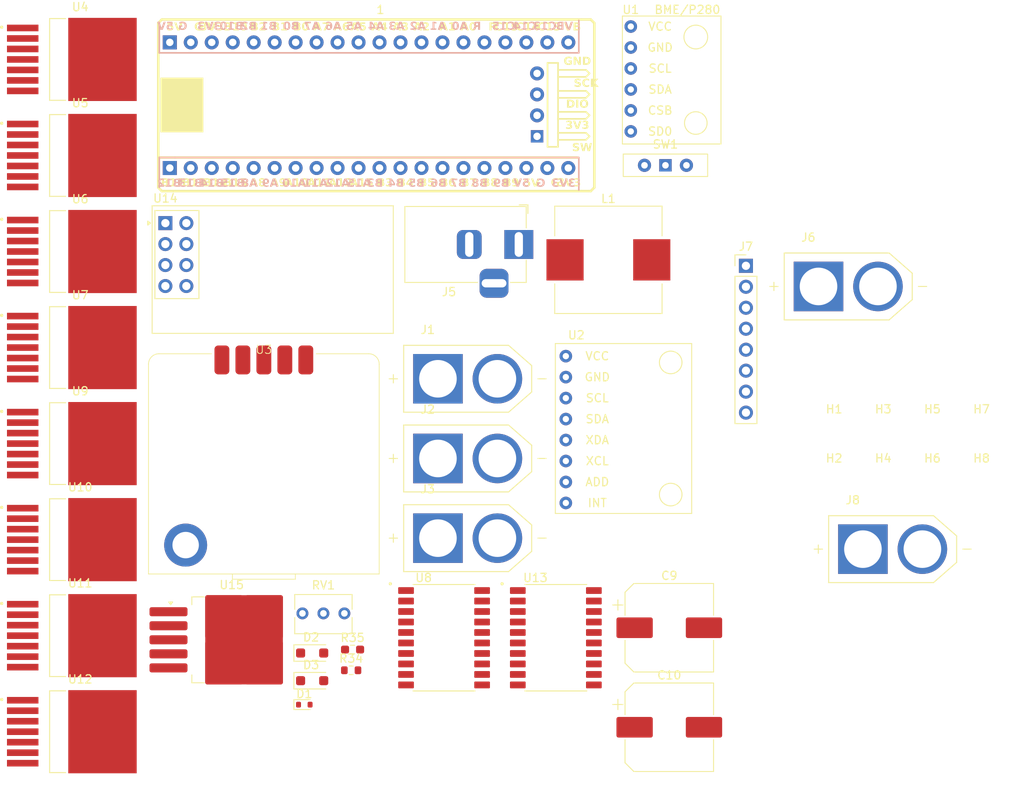
<source format=kicad_pcb>
(kicad_pcb (version 20240108) (generator "pcbnew") (generator_version "8.0")
  (layers (0 "F.Cu" signal) (31 "B.Cu" signal) (34 "B.Paste" user) (35 "F.Paste" user) (36 "B.SilkS" user "B.Silkscreen") (37 "F.SilkS" user "F.Silkscreen") (38 "B.Mask" user) (39 "F.Mask" user) (44 "Edge.Cuts" user))
  (net 0 "")
  (net 5 "GND")
  (net 12 "5V_VCC")
  (net 13 "3.3V_VCC")
  (net 24 "12V")
  (net 25 "VSource_5V")
  (net 26 "Net-(D1-A)")
  (net 27 "Net-(D2-K)")
  (net 28 "Net-(D3-A)")
  (net 29 "VSOURCE")
  (net 30 "Net-(U15-FB)")
  (net 31 "V_SOURCE")
  (net 39 "OUT_MOTOR1_P")
  (net 40 "Net-(U4-SR)")
  (net 41 "Net-(U4-INH)")
  (net 42 "Net-(U4-IN)")
  (net 43 "Net-(U4-IS)")
  (net 44 "OUT_MOTOR1_N")
  (net 45 "Net-(U5-IN)")
  (net 46 "Net-(U5-INH)")
  (net 47 "Net-(U5-IS)")
  (net 48 "Net-(U5-SR)")
  (net 49 "OUT_MOTOR2_P")
  (net 50 "Net-(U6-IN)")
  (net 51 "Net-(U6-SR)")
  (net 52 "Net-(U6-INH)")
  (net 53 "Net-(U6-IS)")
  (net 54 "OUT_MOTOR2_N")
  (net 55 "Net-(U7-SR)")
  (net 56 "Net-(U7-IS)")
  (net 57 "Net-(U7-IN)")
  (net 58 "Net-(U7-INH)")
  (net 59 "PWM2_N")
  (net 60 "VCC_5V")
  (net 61 "OUT2_N")
  (net 62 "PWM2_P")
  (net 63 "OUT2_P")
  (net 64 "PWM1_P")
  (net 65 "OUT1_N")
  (net 66 "OUT1_P")
  (net 67 "PWM1_N")
  (net 68 "Net-(U9-SR)")
  (net 69 "Net-(U9-IN)")
  (net 70 "OUT_MOTOR3_N")
  (net 71 "Net-(U9-INH)")
  (net 72 "Net-(U9-IS)")
  (net 73 "OUT_MOTOR3_P")
  (net 74 "Net-(U10-INH)")
  (net 75 "Net-(U10-IN)")
  (net 76 "Net-(U10-SR)")
  (net 77 "Net-(U10-IS)")
  (net 78 "Net-(U11-INH)")
  (net 79 "OUT_MOTOR4_N")
  (net 80 "Net-(U11-SR)")
  (net 81 "Net-(U11-IS)")
  (net 82 "Net-(U11-IN)")
  (net 83 "Net-(U12-INH)")
  (net 84 "Net-(U12-IS)")
  (net 85 "Net-(U12-SR)")
  (net 86 "OUT_MOTOR4_P")
  (net 87 "Net-(U12-IN)")
  (net 88 "OUT3_P")
  (net 89 "OUT4_P")
  (net 90 "PWM1")
  (net 91 "OUT4_N")
  (net 92 "PWM2")
  (net 93 "PWM3")
  (net 94 "PWM4")
  (net 95 "OUT3_N")
  (net 98 "OUT3_POSITIVE")
  (net 99 "SCL_6050")
  (net 100 "OUT3_NEGATIVE")
  (net 101 "SDA_BME280")
  (net 102 "OUT1_POSITIVE")
  (net 103 "MOSI_NRF")
  (net 104 "OUT1_NEGATIVE")
  (net 105 "OUT4_NEGATIVE")
  (net 106 "SCK")
  (net 107 "CSN")
  (net 108 "SCL_BME280")
  (net 109 "OUT2_NEGATIVE")
  (net 110 "MISO_NRF")
  (net 111 "OUT4_POSITIVE")
  (net 112 "SDA_6050")
  (net 113 "OUT2_POSITIVE")
  (net 115 "GPS_TX")
  (net 116 "GPS_RX")
  (footprint "MountingHole:MountingHole_2.2mm_M2" (layer "F.Cu") (at -6.712 102.616)
    (property "Reference" "H6" (at 0 -3.2 0) (layer "F.SilkS"))
    (property "Value" "MountingHole")
    (pad "" np_thru_hole circle (at 0 0) (size 2.2 2.2) (drill 2.2) (layers "*.Cu" "*.Mask"))
  )
  (footprint "STM32F4x1CxU6 CoreBoard WeActStudio:STM32F4x1CxU6 WeActStudio" (layer "F.Cu") (at -80.899 57.8612)
    (property "Reference" "1" (at 7.35008 -12.761391 0) (layer "F.SilkS"))
    (property "Value" "U4")
    (pad "1" thru_hole rect (at -18.161 6.4008) (size 1.7 1.7) (drill 0.9) (layers "*.Cu" "*.Mask"))
    (pad "2" thru_hole circle (at -15.621 6.4008) (size 1.7 1.7) (drill 0.9) (layers "*.Cu" "*.Mask"))
    (pad "3" thru_hole circle (at -13.081 6.4008) (size 1.7 1.7) (drill 0.9) (layers "*.Cu" "*.Mask"))
    (pad "4" thru_hole circle (at -10.541 6.4008) (size 1.7 1.7) (drill 0.9) (layers "*.Cu" "*.Mask"))
    (pad "5" thru_hole circle (at -8.001 6.4008) (size 1.7 1.7) (drill 0.9) (layers "*.Cu" "*.Mask") (net 102 "OUT1_POSITIVE"))
    (pad "6" thru_hole circle (at -5.461 6.4008) (size 1.7 1.7) (drill 0.9) (layers "*.Cu" "*.Mask") (net 113 "OUT2_POSITIVE"))
    (pad "7" thru_hole circle (at -2.921 6.4008) (size 1.7 1.7) (drill 0.9) (layers "*.Cu" "*.Mask") (net 98 "OUT3_POSITIVE"))
    (pad "8" thru_hole circle (at -0.381 6.4008) (size 1.7 1.7) (drill 0.9) (layers "*.Cu" "*.Mask") (net 111 "OUT4_POSITIVE"))
    (pad "9" thru_hole circle (at 2.159 6.4008) (size 1.7 1.7) (drill 0.9) (layers "*.Cu" "*.Mask"))
    (pad "10" thru_hole circle (at 4.699 6.4008) (size 1.7 1.7) (drill 0.9) (layers "*.Cu" "*.Mask"))
    (pad "11" thru_hole circle (at 7.239 6.4008) (size 1.7 1.7) (drill 0.9) (layers "*.Cu" "*.Mask") (net 112 "SDA_6050"))
    (pad "12" thru_hole circle (at 9.779 6.4008) (size 1.7 1.7) (drill 0.9) (layers "*.Cu" "*.Mask") (net 104 "OUT1_NEGATIVE"))
    (pad "13" thru_hole circle (at 12.319 6.4008) (size 1.7 1.7) (drill 0.9) (layers "*.Cu" "*.Mask") (net 109 "OUT2_NEGATIVE"))
    (pad "14" thru_hole circle (at 14.859 6.4008) (size 1.7 1.7) (drill 0.9) (layers "*.Cu" "*.Mask") (net 108 "SCL_BME280"))
    (pad "15" thru_hole circle (at 17.399 6.4008) (size 1.7 1.7) (drill 0.9) (layers "*.Cu" "*.Mask") (net 101 "SDA_BME280"))
    (pad "16" thru_hole circle (at 19.939 6.4008) (size 1.7 1.7) (drill 0.9) (layers "*.Cu" "*.Mask"))
    (pad "17" thru_hole circle (at 22.479 6.4008) (size 1.7 1.7) (drill 0.9) (layers "*.Cu" "*.Mask"))
    (pad "18" thru_hole circle (at 25.019 6.4008) (size 1.7 1.7) (drill 0.9) (layers "*.Cu" "*.Mask"))
    (pad "19" thru_hole circle (at 27.559 6.4008) (size 1.7 1.7) (drill 0.9) (layers "*.Cu" "*.Mask") (net 5 "GND"))
    (pad "20" thru_hole circle (at 30.099 6.4008) (size 1.7 1.7) (drill 0.9) (layers "*.Cu" "*.Mask") (net 13 "3.3V_VCC"))
    (pad "21" thru_hole circle (at 30.099 -8.8138) (size 1.7 1.7) (drill 0.9) (layers "*.Cu" "*.Mask"))
    (pad "22" thru_hole circle (at 27.559 -8.8138) (size 1.7 1.7) (drill 0.9) (layers "*.Cu" "*.Mask"))
    (pad "23" thru_hole circle (at 25.019 -8.8138) (size 1.7 1.7) (drill 0.9) (layers "*.Cu" "*.Mask"))
    (pad "24" thru_hole circle (at 22.479 -8.8138) (size 1.7 1.7) (drill 0.9) (layers "*.Cu" "*.Mask"))
    (pad "25" thru_hole circle (at 19.939 -8.8138) (size 1.7 1.7) (drill 0.9) (layers "*.Cu" "*.Mask"))
    (pad "26" thru_hole circle (at 17.399 -8.8138) (size 1.7 1.7) (drill 0.9) (layers "*.Cu" "*.Mask"))
    (pad "27" thru_hole circle (at 14.859 -8.8138) (size 1.7 1.7) (drill 0.9) (layers "*.Cu" "*.Mask"))
    (pad "28" thru_hole circle (at 12.319 -8.8138) (size 1.7 1.7) (drill 0.9) (layers "*.Cu" "*.Mask"))
    (pad "29" thru_hole circle (at 9.779 -8.8138) (size 1.7 1.7) (drill 0.9) (layers "*.Cu" "*.Mask"))
    (pad "30" thru_hole circle (at 7.239 -8.8138) (size 1.7 1.7) (drill 0.9) (layers "*.Cu" "*.Mask") (net 107 "CSN"))
    (pad "31" thru_hole circle (at 4.699 -8.8138) (size 1.7 1.7) (drill 0.9) (layers "*.Cu" "*.Mask") (net 106 "SCK"))
    (pad "32" thru_hole circle (at 2.159 -8.8138) (size 1.7 1.7) (drill 0.9) (layers "*.Cu" "*.Mask") (net 110 "MISO_NRF"))
    (pad "33" thru_hole circle (at -0.381 -8.8138) (size 1.7 1.7) (drill 0.9) (layers "*.Cu" "*.Mask") (net 103 "MOSI_NRF"))
    (pad "34" thru_hole circle (at -2.921 -8.8138) (size 1.7 1.7) (drill 0.9) (layers "*.Cu" "*.Mask") (net 100 "OUT3_NEGATIVE"))
    (pad "35" thru_hole circle (at -5.461 -8.8138) (size 1.7 1.7) (drill 0.9) (layers "*.Cu" "*.Mask") (net 105 "OUT4_NEGATIVE"))
    (pad "36" thru_hole circle (at -8.001 -8.8138) (size 1.7 1.7) (drill 0.9) (layers "*.Cu" "*.Mask"))
    (pad "37" thru_hole circle (at -10.541 -8.8138) (size 1.7 1.7) (drill 0.9) (layers "*.Cu" "*.Mask") (net 99 "SCL_6050"))
    (pad "38" thru_hole circle (at -13.081 -8.8138) (size 1.7 1.7) (drill 0.9) (layers "*.Cu" "*.Mask"))
    (pad "39" thru_hole circle (at -15.621 -8.8138) (size 1.7 1.7) (drill 0.9) (layers "*.Cu" "*.Mask") (net 5 "GND"))
    (pad "40" thru_hole rect (at -18.161 -8.8138) (size 1.7 1.7) (drill 0.9) (layers "*.Cu" "*.Mask") (net 12 "5V_VCC"))
    (pad "41" thru_hole rect (at 26.3144 2.5654 90) (size 1.5 1.5) (drill 0.9) (layers "*.Cu" "*.Mask"))
    (pad "42" thru_hole circle (at 26.3144 0.0254 90) (size 1.7 1.7) (drill 0.9) (layers "*.Cu" "*.Mask"))
    (pad "43" thru_hole circle (at 26.3144 -2.5146 90) (size 1.7 1.7) (drill 0.9) (layers "*.Cu" "*.Mask"))
    (pad "44" thru_hole circle (at 26.3144 -5.0546 90) (size 1.7 1.7) (drill 0.9) (layers "*.Cu" "*.Mask"))
  )
  (footprint "SOIC127P1030X265-20N:SOIC127P1030X265-20N" (layer "F.Cu") (at -52.310776 121.144809)
    (property "Reference" "U13" (at -2.475 -7.257 0) (layer "F.SilkS"))
    (property "Value" "74HC244")
    (pad "1" smd roundrect (at -4.605 -5.715) (size 1.9 0.82) (layers "F.Cu" "F.Paste" "F.Mask") (roundrect_rratio 0.125) (net 5 "GND"))
    (pad "2" smd roundrect (at -4.605 -4.445) (size 1.9 0.82) (layers "F.Cu" "F.Paste" "F.Mask") (roundrect_rratio 0.125) (net 90 "PWM1"))
    (pad "3" smd roundrect (at -4.605 -3.175) (size 1.9 0.82) (layers "F.Cu" "F.Paste" "F.Mask") (roundrect_rratio 0.125) (net 5 "GND"))
    (pad "4" smd roundrect (at -4.605 -1.905) (size 1.9 0.82) (layers "F.Cu" "F.Paste" "F.Mask") (roundrect_rratio 0.125) (net 92 "PWM2"))
    (pad "5" smd roundrect (at -4.605 -0.635) (size 1.9 0.82) (layers "F.Cu" "F.Paste" "F.Mask") (roundrect_rratio 0.125) (net 5 "GND"))
    (pad "6" smd roundrect (at -4.605 0.635) (size 1.9 0.82) (layers "F.Cu" "F.Paste" "F.Mask") (roundrect_rratio 0.125) (net 93 "PWM3"))
    (pad "7" smd roundrect (at -4.605 1.905) (size 1.9 0.82) (layers "F.Cu" "F.Paste" "F.Mask") (roundrect_rratio 0.125) (net 5 "GND"))
    (pad "8" smd roundrect (at -4.605 3.175) (size 1.9 0.82) (layers "F.Cu" "F.Paste" "F.Mask") (roundrect_rratio 0.125) (net 94 "PWM4"))
    (pad "9" smd roundrect (at -4.605 4.445) (size 1.9 0.82) (layers "F.Cu" "F.Paste" "F.Mask") (roundrect_rratio 0.125) (net 5 "GND"))
    (pad "10" smd roundrect (at -4.605 5.715) (size 1.9 0.82) (layers "F.Cu" "F.Paste" "F.Mask") (roundrect_rratio 0.125) (net 5 "GND"))
    (pad "11" smd roundrect (at 4.605 5.715) (size 1.9 0.82) (layers "F.Cu" "F.Paste" "F.Mask") (roundrect_rratio 0.125) (net 5 "GND"))
    (pad "12" smd roundrect (at 4.605 4.445) (size 1.9 0.82) (layers "F.Cu" "F.Paste" "F.Mask") (roundrect_rratio 0.125) (net 91 "OUT4_N"))
    (pad "13" smd roundrect (at 4.605 3.175) (size 1.9 0.82) (layers "F.Cu" "F.Paste" "F.Mask") (roundrect_rratio 0.125) (net 5 "GND"))
    (pad "14" smd roundrect (at 4.605 1.905) (size 1.9 0.82) (layers "F.Cu" "F.Paste" "F.Mask") (roundrect_rratio 0.125) (net 89 "OUT4_P"))
    (pad "15" smd roundrect (at 4.605 0.635) (size 1.9 0.82) (layers "F.Cu" "F.Paste" "F.Mask") (roundrect_rratio 0.125) (net 5 "GND"))
    (pad "16" smd roundrect (at 4.605 -0.635) (size 1.9 0.82) (layers "F.Cu" "F.Paste" "F.Mask") (roundrect_rratio 0.125) (net 95 "OUT3_N"))
    (pad "17" smd roundrect (at 4.605 -1.905) (size 1.9 0.82) (layers "F.Cu" "F.Paste" "F.Mask") (roundrect_rratio 0.125) (net 5 "GND"))
    (pad "18" smd roundrect (at 4.605 -3.175) (size 1.9 0.82) (layers "F.Cu" "F.Paste" "F.Mask") (roundrect_rratio 0.125) (net 88 "OUT3_P"))
    (pad "19" smd roundrect (at 4.605 -4.445) (size 1.9 0.82) (layers "F.Cu" "F.Paste" "F.Mask") (roundrect_rratio 0.125) (net 5 "GND"))
    (pad "20" smd roundrect (at 4.605 -5.715) (size 1.9 0.82) (layers "F.Cu" "F.Paste" "F.Mask") (roundrect_rratio 0.125) (net 60 "VCC_5V"))
  )
  (footprint "Package_TO_SOT_SMD:TO-263-5_TabPin3" (layer "F.Cu") (at -91.565776 121.394809)
    (property "Reference" "U15" (at 0 -6.65 0) (layer "F.SilkS"))
    (property "Value" "LM2596S-ADJ")
    (pad "1" smd roundrect (at -7.65 -3.4) (size 4.6 1.1) (layers "F.Cu" "F.Paste" "F.Mask") (roundrect_rratio 0.227273) (net 24 "12V"))
    (pad "2" smd roundrect (at -7.65 -1.7) (size 4.6 1.1) (layers "F.Cu" "F.Paste" "F.Mask") (roundrect_rratio 0.227273) (net 27 "Net-(D2-K)"))
    (pad "3" smd roundrect (at -7.65 0) (size 4.6 1.1) (layers "F.Cu" "F.Paste" "F.Mask") (roundrect_rratio 0.227273) (net 5 "GND"))
    (pad "3" smd roundrect (at -0.925 -2.775) (size 4.55 5.25) (layers "F.Cu" "F.Paste") (roundrect_rratio 0.054945) (net 5 "GND"))
    (pad "3" smd roundrect (at -0.925 2.775) (size 4.55 5.25) (layers "F.Cu" "F.Paste") (roundrect_rratio 0.054945) (net 5 "GND"))
    (pad "3" smd roundrect (at 1.5 0) (size 9.4 10.8) (layers "F.Cu" "F.Mask") (roundrect_rratio 0.026596) (net 5 "GND"))
    (pad "3" smd roundrect (at 3.925 -2.775) (size 4.55 5.25) (layers "F.Cu" "F.Paste") (roundrect_rratio 0.054945) (net 5 "GND"))
    (pad "3" smd roundrect (at 3.925 2.775) (size 4.55 5.25) (layers "F.Cu" "F.Paste") (roundrect_rratio 0.054945) (net 5 "GND"))
    (pad "4" smd roundrect (at -7.65 1.7) (size 4.6 1.1) (layers "F.Cu" "F.Paste" "F.Mask") (roundrect_rratio 0.227273) (net 30 "Net-(U15-FB)"))
    (pad "5" smd roundrect (at -7.65 3.4) (size 4.6 1.1) (layers "F.Cu" "F.Paste" "F.Mask") (roundrect_rratio 0.227273) (net 5 "GND"))
  )
  (footprint "RF_Module:nRF24L01_Breakout" (layer "F.Cu") (at -99.594776 70.934809)
    (property "Reference" "U14" (at 0 -3 0) (layer "F.SilkS"))
    (property "Value" "NRF24L01_Breakout")
    (pad "1" thru_hole rect (at 0 0) (size 1.7 1.7) (drill 1) (layers "*.Cu" "*.Mask") (net 5 "GND"))
    (pad "2" thru_hole circle (at 2.54 0) (size 1.7 1.7) (drill 1) (layers "*.Cu" "*.Mask") (net 60 "VCC_5V"))
    (pad "3" thru_hole circle (at 0 2.54) (size 1.7 1.7) (drill 1) (layers "*.Cu" "*.Mask"))
    (pad "4" thru_hole circle (at 2.54 2.54) (size 1.7 1.7) (drill 1) (layers "*.Cu" "*.Mask") (net 107 "CSN"))
    (pad "5" thru_hole circle (at 0 5.08) (size 1.7 1.7) (drill 1) (layers "*.Cu" "*.Mask") (net 106 "SCK"))
    (pad "6" thru_hole circle (at 2.54 5.08) (size 1.7 1.7) (drill 1) (layers "*.Cu" "*.Mask") (net 103 "MOSI_NRF"))
    (pad "7" thru_hole circle (at 0 7.62) (size 1.7 1.7) (drill 1) (layers "*.Cu" "*.Mask") (net 110 "MISO_NRF"))
    (pad "8" thru_hole circle (at 2.54 7.62) (size 1.7 1.7) (drill 1) (layers "*.Cu" "*.Mask"))
  )
  (footprint "MountingHole:MountingHole_2.2mm_M2" (layer "F.Cu") (at -0.762 96.666)
    (property "Reference" "H7" (at 0 -3.2 0) (layer "F.SilkS"))
    (property "Value" "MountingHole")
    (pad "" np_thru_hole circle (at 0 0) (size 2.2 2.2) (drill 2.2) (layers "*.Cu" "*.Mask"))
  )
  (footprint "Potentiometer_THT:Potentiometer_Bourns_3266Y_Vertical" (layer "F.Cu") (at -77.915776 118.194809)
    (property "Reference" "RV1" (at -2.54 -3.41 0) (layer "F.SilkS"))
    (property "Value" "100k")
    (pad "1" thru_hole circle (at 0 0) (size 1.44 1.44) (drill 0.8) (layers "*.Cu" "*.Mask") (net 30 "Net-(U15-FB)"))
    (pad "2" thru_hole circle (at -2.54 0) (size 1.44 1.44) (drill 0.8) (layers "*.Cu" "*.Mask") (net 5 "GND"))
    (pad "3" thru_hole circle (at -5.08 0) (size 1.44 1.44) (drill 0.8) (layers "*.Cu" "*.Mask") (net 25 "VSource_5V"))
  )
  (footprint "BTS7960B:DPAK127P1490X440-8N" (layer "F.Cu") (at -110.920776 62.744809)
    (property "Reference" "U5" (at 1.016 -6.35 0) (layer "F.SilkS"))
    (property "Value" "BTS7960B")
    (pad "1" smd rect (at -5.95 -3.81) (size 3.81 0.8) (layers "F.Cu" "F.Paste" "F.Mask") (net 5 "GND"))
    (pad "2" smd rect (at -5.95 -2.54) (size 3.81 0.8) (layers "F.Cu" "F.Paste" "F.Mask") (net 45 "Net-(U5-IN)"))
    (pad "3" smd rect (at -5.95 -1.27) (size 3.81 0.8) (layers "F.Cu" "F.Paste" "F.Mask") (net 46 "Net-(U5-INH)"))
    (pad "4" smd rect (at -5.95 0) (size 3.81 0.8) (layers "F.Cu" "F.Paste" "F.Mask") (net 44 "OUT_MOTOR1_N"))
    (pad "5" smd rect (at -5.95 1.27) (size 3.81 0.8) (layers "F.Cu" "F.Paste" "F.Mask") (net 48 "Net-(U5-SR)"))
    (pad "6" smd rect (at -5.95 2.54) (size 3.81 0.8) (layers "F.Cu" "F.Paste" "F.Mask") (net 47 "Net-(U5-IS)"))
    (pad "7" smd rect (at -5.95 3.81) (size 3.81 0.8) (layers "F.Cu" "F.Paste" "F.Mask") (net 31 "V_SOURCE"))
    (pad "8" smd rect (at 3.71 0) (size 8.29 10.07) (layers "F.Cu" "F.Mask") (net 44 "OUT_MOTOR1_N"))
  )
  (footprint "MountingHole:MountingHole_2.2mm_M2" (layer "F.Cu") (at -18.612 102.616)
    (property "Reference" "H2" (at 0 -3.2 0) (layer "F.SilkS"))
    (property "Value" "MountingHole")
    (pad "" np_thru_hole circle (at 0 0) (size 2.2 2.2) (drill 2.2) (layers "*.Cu" "*.Mask"))
  )
  (footprint "MountingHole:MountingHole_2.2mm_M2" (layer "F.Cu") (at -18.612 96.666)
    (property "Reference" "H1" (at 0 -3.2 0) (layer "F.SilkS"))
    (property "Value" "MountingHole")
    (pad "" np_thru_hole circle (at 0 0) (size 2.2 2.2) (drill 2.2) (layers "*.Cu" "*.Mask"))
  )
  (footprint "BTS7960B:DPAK127P1490X440-8N" (layer "F.Cu") (at -110.920776 132.524809)
    (property "Reference" "U12" (at 1.016 -6.35 0) (layer "F.SilkS"))
    (property "Value" "BTS7960B")
    (pad "1" smd rect (at -5.95 -3.81) (size 3.81 0.8) (layers "F.Cu" "F.Paste" "F.Mask") (net 5 "GND"))
    (pad "2" smd rect (at -5.95 -2.54) (size 3.81 0.8) (layers "F.Cu" "F.Paste" "F.Mask") (net 87 "Net-(U12-IN)"))
    (pad "3" smd rect (at -5.95 -1.27) (size 3.81 0.8) (layers "F.Cu" "F.Paste" "F.Mask") (net 83 "Net-(U12-INH)"))
    (pad "4" smd rect (at -5.95 0) (size 3.81 0.8) (layers "F.Cu" "F.Paste" "F.Mask") (net 86 "OUT_MOTOR4_P"))
    (pad "5" smd rect (at -5.95 1.27) (size 3.81 0.8) (layers "F.Cu" "F.Paste" "F.Mask") (net 85 "Net-(U12-SR)"))
    (pad "6" smd rect (at -5.95 2.54) (size 3.81 0.8) (layers "F.Cu" "F.Paste" "F.Mask") (net 84 "Net-(U12-IS)"))
    (pad "7" smd rect (at -5.95 3.81) (size 3.81 0.8) (layers "F.Cu" "F.Paste" "F.Mask") (net 31 "V_SOURCE"))
    (pad "8" smd rect (at 3.71 0) (size 8.29 10.07) (layers "F.Cu" "F.Mask") (net 86 "OUT_MOTOR4_P"))
  )
  (footprint "XT60-M:AMASS_XT60-M" (layer "F.Cu") (at -62.987276 89.784809)
    (property "Reference" "J1" (at -4.825 -5.935 0) (layer "F.SilkS"))
    (property "Value" "XT60-M")
    (pad "N" thru_hole circle (at 3.6 0) (size 6 6) (drill 4.55) (layers "*.Cu" "*.Mask") (net 5 "GND"))
    (pad "P" thru_hole rect (at -3.6 0) (size 6 6) (drill 4.55) (layers "*.Cu" "*.Mask") (net 29 "VSOURCE"))
  )
  (footprint "usini_sensors:module_mpu6050" (layer "F.Cu") (at -51.100776 104.823809)
    (property "Reference" "U2" (at 1.27 -20.32 0) (layer "F.SilkS"))
    (property "Value" "module_mpu6050")
    (fp_text user "GND" (at 3.81 -15.24 0) (layer "F.SilkS"))
    (fp_text user "ADD" (at 3.81 -2.54 0) (layer "F.SilkS"))
    (fp_text user "INT" (at 3.81 0 0) (layer "F.SilkS"))
    (fp_text user "SDA" (at 3.81 -10.16 0) (layer "F.SilkS"))
    (fp_text user "XDA" (at 3.81 -7.62 0) (layer "F.SilkS"))
    (fp_text user "SCL" (at 3.81 -12.7 0) (layer "F.SilkS"))
    (fp_text user "VCC" (at 3.81 -17.78 0) (layer "F.SilkS"))
    (fp_text user "XCL" (at 3.81 -5.08 0) (layer "F.SilkS"))
    (pad "1" thru_hole circle (at 0 -17.78) (size 1.524 1.524) (drill 0.762) (layers "*.Cu" "*.Mask") (net 13 "3.3V_VCC"))
    (pad "2" thru_hole circle (at 0 -15.24) (size 1.524 1.524) (drill 0.762) (layers "*.Cu" "*.Mask") (net 5 "GND"))
    (pad "3" thru_hole circle (at 0 -12.7) (size 1.524 1.524) (drill 0.762) (layers "*.Cu" "*.Mask") (net 99 "SCL_6050"))
    (pad "4" thru_hole circle (at 0 -10.16) (size 1.524 1.524) (drill 0.762) (layers "*.Cu" "*.Mask") (net 112 "SDA_6050"))
    (pad "5" thru_hole circle (at 0 -7.62) (size 1.524 1.524) (drill 0.762) (layers "*.Cu" "*.Mask"))
    (pad "6" thru_hole circle (at 0 -5.08) (size 1.524 1.524) (drill 0.762) (layers "*.Cu" "*.Mask"))
    (pad "7" thru_hole circle (at 0 -2.54) (size 1.524 1.524) (drill 0.762) (layers "*.Cu" "*.Mask"))
    (pad "8" thru_hole circle (at 0 0) (size 1.524 1.524) (drill 0.762) (layers "*.Cu" "*.Mask"))
  )
  (footprint "usini_sensors:module_bme280" (layer "F.Cu") (at -38.154776 59.575809)
    (property "Reference" "U1" (at -5.08 -14.478 0) (layer "F.SilkS"))
    (property "Value" "module_bme280")
    (fp_text user "SD0" (at -1.524 0.254 0) (layer "F.SilkS"))
    (fp_text user "GND" (at -1.524 -9.906 0) (layer "F.SilkS"))
    (fp_text user "BME/P280" (at 1.778 -14.478 0) (layer "F.SilkS"))
    (fp_text user "SDA" (at -1.524 -4.826 0) (layer "F.SilkS"))
    (fp_text user "CSB" (at -1.524 -2.286 0) (layer "F.SilkS"))
    (fp_text user "VCC" (at -1.524 -12.446 0) (layer "F.SilkS"))
    (fp_text user "SCL" (at -1.524 -7.366 0) (layer "F.SilkS"))
    (pad "1" thru_hole circle (at -5.08 -12.446) (size 1.524 1.524) (drill 0.762) (layers "*.Cu" "*.Mask") (net 13 "3.3V_VCC"))
    (pad "2" thru_hole circle (at -5.08 -9.906) (size 1.524 1.524) (drill 0.762) (layers "*.Cu" "*.Mask") (net 5 "GND"))
    (pad "3" thru_hole circle (at -5.08 -7.366) (size 1.524 1.524) (drill 0.762) (layers "*.Cu" "*.Mask") (net 108 "SCL_BME280"))
    (pad "4" thru_hole circle (at -5.08 -4.826) (size 1.524 1.524) (drill 0.762) (layers "*.Cu" "*.Mask") (net 101 "SDA_BME280"))
    (pad "5" thru_hole circle (at -5.08 -2.286) (size 1.524 1.524) (drill 0.762) (layers "*.Cu" "*.Mask"))
    (pad "6" thru_hole circle (at -5.08 0.254) (size 1.524 1.524) (drill 0.762) (layers "*.Cu" "*.Mask"))
  )
  (footprint "BTS7960B:DPAK127P1490X440-8N" (layer "F.Cu") (at -110.920776 97.634809)
    (property "Reference" "U9" (at 1.016 -6.35 0) (layer "F.SilkS"))
    (property "Value" "BTS7960B")
    (pad "1" smd rect (at -5.95 -3.81) (size 3.81 0.8) (layers "F.Cu" "F.Paste" "F.Mask") (net 5 "GND"))
    (pad "2" smd rect (at -5.95 -2.54) (size 3.81 0.8) (layers "F.Cu" "F.Paste" "F.Mask") (net 69 "Net-(U9-IN)"))
    (pad "3" smd rect (at -5.95 -1.27) (size 3.81 0.8) (layers "F.Cu" "F.Paste" "F.Mask") (net 71 "Net-(U9-INH)"))
    (pad "4" smd rect (at -5.95 0) (size 3.81 0.8) (layers "F.Cu" "F.Paste" "F.Mask") (net 70 "OUT_MOTOR3_N"))
    (pad "5" smd rect (at -5.95 1.27) (size 3.81 0.8) (layers "F.Cu" "F.Paste" "F.Mask") (net 68 "Net-(U9-SR)"))
    (pad "6" smd rect (at -5.95 2.54) (size 3.81 0.8) (layers "F.Cu" "F.Paste" "F.Mask") (net 72 "Net-(U9-IS)"))
    (pad "7" smd rect (at -5.95 3.81) (size 3.81 0.8) (layers "F.Cu" "F.Paste" "F.Mask") (net 31 "V_SOURCE"))
    (pad "8" smd rect (at 3.71 0) (size 8.29 10.07) (layers "F.Cu" "F.Mask") (net 70 "OUT_MOTOR3_N"))
  )
  (footprint "Diode_SMD:D_SOD-123F" (layer "F.Cu") (at -81.820776 126.344809)
    (property "Reference" "D3" (at -0.127 -1.905 0) (layer "F.SilkS"))
    (property "Value" "BZT52Bxx")
    (pad "1" smd roundrect (at -1.4 0) (size 1.1 1.1) (layers "F.Cu" "F.Paste" "F.Mask") (roundrect_rratio 0.2272727273) (net 5 "GND"))
    (pad "2" smd roundrect (at 1.4 0) (size 1.1 1.1) (layers "F.Cu" "F.Paste" "F.Mask") (roundrect_rratio 0.2272727273) (net 28 "Net-(D3-A)"))
  )
  (footprint "XT60-M:AMASS_XT60-M" (layer "F.Cu") (at -62.987276 109.084809)
    (property "Reference" "J3" (at -4.825 -5.935 0) (layer "F.SilkS"))
    (property "Value" "XT60-M")
    (pad "N" thru_hole circle (at 3.6 0) (size 6 6) (drill 4.55) (layers "*.Cu" "*.Mask") (net 5 "GND"))
    (pad "P" thru_hole rect (at -3.6 0) (size 6 6) (drill 4.55) (layers "*.Cu" "*.Mask") (net 29 "VSOURCE"))
  )
  (footprint "Inductor_SMD:L_Wuerth_HCI-1365" (layer "F.Cu") (at -45.945776 75.384809)
    (property "Reference" "L1" (at 0 -7.4 0) (layer "F.SilkS"))
    (property "Value" "68u")
    (pad "1" smd rect (at -5.25 0) (size 4.5 5) (layers "F.Cu" "F.Paste" "F.Mask") (net 27 "Net-(D2-K)"))
    (pad "2" smd rect (at 5.25 0) (size 4.5 5) (layers "F.Cu" "F.Paste" "F.Mask") (net 25 "VSource_5V"))
  )
  (footprint "Resistor_SMD:R_0603_1608Metric_Pad0.98x0.95mm_HandSolder" (layer "F.Cu") (at -76.925776 122.574809)
    (property "Reference" "R35" (at 0 -1.43 0) (layer "F.SilkS"))
    (property "Value" "1k")
    (pad "1" smd roundrect (at -0.9125 0) (size 0.975 0.95) (layers "F.Cu" "F.Paste" "F.Mask") (net 25 "VSource_5V"))
    (pad "2" smd roundrect (at 0.9125 0) (size 0.975 0.95) (layers "F.Cu" "F.Paste" "F.Mask") (net 28 "Net-(D3-A)"))
  )
  (footprint "Connector_BarrelJack:BarrelJack_Horizontal" (layer "F.Cu") (at -56.795776 73.519809)
    (property "Reference" "J5" (at -8.45 5.75 0) (layer "F.SilkS"))
    (property "Value" "Jack-DC")
    (pad "1" thru_hole rect (at 0 0) (size 3.5 3.5) (drill oval 1 3) (layers "*.Cu" "*.Mask") (net 24 "12V"))
    (pad "2" thru_hole roundrect (at -6 0) (size 3 3.5) (drill oval 1 3) (layers "*.Cu" "*.Mask") (net 5 "GND"))
    (pad "3" thru_hole roundrect (at -3 4.7) (size 3.5 3.5) (drill oval 3 1) (layers "*.Cu" "*.Mask"))
  )
  (footprint "Capacitor_SMD:CP_Elec_10x10.5" (layer "F.Cu") (at -38.570776 119.934809)
    (property "Reference" "C9" (at 0 -6.3 0) (layer "F.SilkS"))
    (property "Value" "680u")
    (pad "1" smd roundrect (at -4.2 0) (size 4.4 2.5) (layers "F.Cu" "F.Paste" "F.Mask") (roundrect_rratio 0.1) (net 24 "12V"))
    (pad "2" smd roundrect (at 4.2 0) (size 4.4 2.5) (layers "F.Cu" "F.Paste" "F.Mask") (roundrect_rratio 0.1) (net 5 "GND"))
  )
  (footprint "XT60-M:AMASS_XT60-M" (layer "F.Cu") (at -62.987276 99.434809)
    (property "Reference" "J2" (at -4.825 -5.935 0) (layer "F.SilkS"))
    (property "Value" "XT60-M")
    (pad "N" thru_hole circle (at 3.6 0) (size 6 6) (drill 4.55) (layers "*.Cu" "*.Mask") (net 5 "GND"))
    (pad "P" thru_hole rect (at -3.6 0) (size 6 6) (drill 4.55) (layers "*.Cu" "*.Mask") (net 29 "VSOURCE"))
  )
  (footprint "MountingHole:MountingHole_2.2mm_M2" (layer "F.Cu") (at -12.662 96.666)
    (property "Reference" "H3" (at 0 -3.2 0) (layer "F.SilkS"))
    (property "Value" "MountingHole")
    (pad "" np_thru_hole circle (at 0 0) (size 2.2 2.2) (drill 2.2) (layers "*.Cu" "*.Mask"))
  )
  (footprint "Diode_SMD:D_SOD-123F" (layer "F.Cu") (at -81.820776 122.994809)
    (property "Reference" "D2" (at -0.127 -1.905 0) (layer "F.SilkS"))
    (property "Value" "BZT52Bxx")
    (pad "1" smd roundrect (at -1.4 0) (size 1.1 1.1) (layers "F.Cu" "F.Paste" "F.Mask") (roundrect_rratio 0.2272727273) (net 27 "Net-(D2-K)"))
    (pad "2" smd roundrect (at 1.4 0) (size 1.1 1.1) (layers "F.Cu" "F.Paste" "F.Mask") (roundrect_rratio 0.2272727273) (net 5 "GND"))
  )
  (footprint "BTS7960B:DPAK127P1490X440-8N" (layer "F.Cu") (at -110.920776 74.374809)
    (property "Reference" "U6" (at 1.016 -6.35 0) (layer "F.SilkS"))
    (property "Value" "BTS7960B")
    (pad "1" smd rect (at -5.95 -3.81) (size 3.81 0.8) (layers "F.Cu" "F.Paste" "F.Mask") (net 5 "GND"))
    (pad "2" smd rect (at -5.95 -2.54) (size 3.81 0.8) (layers "F.Cu" "F.Paste" "F.Mask") (net 50 "Net-(U6-IN)"))
    (pad "3" smd rect (at -5.95 -1.27) (size 3.81 0.8) (layers "F.Cu" "F.Paste" "F.Mask") (net 52 "Net-(U6-INH)"))
    (pad "4" smd rect (at -5.95 0) (size 3.81 0.8) (layers "F.Cu" "F.Paste" "F.Mask") (net 49 "OUT_MOTOR2_P"))
    (pad "5" smd rect (at -5.95 1.27) (size 3.81 0.8) (layers "F.Cu" "F.Paste" "F.Mask") (net 51 "Net-(U6-SR)"))
    (pad "6" smd rect (at -5.95 2.54) (size 3.81 0.8) (layers "F.Cu" "F.Paste" "F.Mask") (net 53 "Net-(U6-IS)"))
    (pad "7" smd rect (at -5.95 3.81) (size 3.81 0.8) (layers "F.Cu" "F.Paste" "F.Mask") (net 31 "V_SOURCE"))
    (pad "8" smd rect (at 3.71 0) (size 8.29 10.07) (layers "F.Cu" "F.Mask") (net 49 "OUT_MOTOR2_P"))
  )
  (footprint "Resistor_SMD:R_0603_1608Metric" (layer "F.Cu") (at -77.095776 125.084809)
    (property "Reference" "R34" (at 0 -1.43 0) (layer "F.SilkS"))
    (property "Value" "10k")
    (pad "1" smd roundrect (at -0.825 0) (size 0.8 0.95) (layers "F.Cu" "F.Paste" "F.Mask") (net 30 "Net-(U15-FB)"))
    (pad "2" smd roundrect (at 0.825 0) (size 0.8 0.95) (layers "F.Cu" "F.Paste" "F.Mask") (net 5 "GND"))
  )
  (footprint "SOIC127P1030X265-20N:SOIC127P1030X265-20N" (layer "F.Cu") (at -65.845776 121.144809)
    (property "Reference" "U8" (at -2.475 -7.257 0) (layer "F.SilkS"))
    (property "Value" "74HC244")
    (pad "1" smd roundrect (at -4.605 -5.715) (size 1.9 0.82) (layers "F.Cu" "F.Paste" "F.Mask") (roundrect_rratio 0.125) (net 5 "GND"))
    (pad "2" smd roundrect (at -4.605 -4.445) (size 1.9 0.82) (layers "F.Cu" "F.Paste" "F.Mask") (roundrect_rratio 0.125) (net 64 "PWM1_P"))
    (pad "3" smd roundrect (at -4.605 -3.175) (size 1.9 0.82) (layers "F.Cu" "F.Paste" "F.Mask") (roundrect_rratio 0.125) (net 5 "GND"))
    (pad "4" smd roundrect (at -4.605 -1.905) (size 1.9 0.82) (layers "F.Cu" "F.Paste" "F.Mask") (roundrect_rratio 0.125) (net 67 "PWM1_N"))
    (pad "5" smd roundrect (at -4.605 -0.635) (size 1.9 0.82) (layers "F.Cu" "F.Paste" "F.Mask") (roundrect_rratio 0.125) (net 5 "GND"))
    (pad "6" smd roundrect (at -4.605 0.635) (size 1.9 0.82) (layers "F.Cu" "F.Paste" "F.Mask") (roundrect_rratio 0.125) (net 62 "PWM2_P"))
    (pad "7" smd roundrect (at -4.605 1.905) (size 1.9 0.82) (layers "F.Cu" "F.Paste" "F.Mask") (roundrect_rratio 0.125) (net 5 "GND"))
    (pad "8" smd roundrect (at -4.605 3.175) (size 1.9 0.82) (layers "F.Cu" "F.Paste" "F.Mask") (roundrect_rratio 0.125) (net 59 "PWM2_N"))
    (pad "9" smd roundrect (at -4.605 4.445) (size 1.9 0.82) (layers "F.Cu" "F.Paste" "F.Mask") (roundrect_rratio 0.125) (net 5 "GND"))
    (pad "10" smd roundrect (at -4.605 5.715) (size 1.9 0.82) (layers "F.Cu" "F.Paste" "F.Mask") (roundrect_rratio 0.125) (net 5 "GND"))
    (pad "11" smd roundrect (at 4.605 5.715) (size 1.9 0.82) (layers "F.Cu" "F.Paste" "F.Mask") (roundrect_rratio 0.125) (net 5 "GND"))
    (pad "12" smd roundrect (at 4.605 4.445) (size 1.9 0.82) (layers "F.Cu" "F.Paste" "F.Mask") (roundrect_rratio 0.125) (net 61 "OUT2_N"))
    (pad "13" smd roundrect (at 4.605 3.175) (size 1.9 0.82) (layers "F.Cu" "F.Paste" "F.Mask") (roundrect_rratio 0.125) (net 5 "GND"))
    (pad "14" smd roundrect (at 4.605 1.905) (size 1.9 0.82) (layers "F.Cu" "F.Paste" "F.Mask") (roundrect_rratio 0.125) (net 63 "OUT2_P"))
    (pad "15" smd roundrect (at 4.605 0.635) (size 1.9 0.82) (layers "F.Cu" "F.Paste" "F.Mask") (roundrect_rratio 0.125) (net 5 "GND"))
    (pad "16" smd roundrect (at 4.605 -0.635) (size 1.9 0.82) (layers "F.Cu" "F.Paste" "F.Mask") (roundrect_rratio 0.125) (net 65 "OUT1_N"))
    (pad "17" smd roundrect (at 4.605 -1.905) (size 1.9 0.82) (layers "F.Cu" "F.Paste" "F.Mask") (roundrect_rratio 0.125) (net 5 "GND"))
    (pad "18" smd roundrect (at 4.605 -3.175) (size 1.9 0.82) (layers "F.Cu" "F.Paste" "F.Mask") (roundrect_rratio 0.125) (net 66 "OUT1_P"))
    (pad "19" smd roundrect (at 4.605 -4.445) (size 1.9 0.82) (layers "F.Cu" "F.Paste" "F.Mask") (roundrect_rratio 0.125) (net 5 "GND"))
    (pad "20" smd roundrect (at 4.605 -5.715) (size 1.9 0.82) (layers "F.Cu" "F.Paste" "F.Mask") (roundrect_rratio 0.125) (net 60 "VCC_5V"))
  )
  (footprint "XT60-M:AMASS_XT60-M" (layer "F.Cu") (at -16.902276 78.604809)
    (property "Reference" "J6" (at -4.825 -5.935 0) (layer "F.SilkS"))
    (property "Value" "XT60-M")
    (pad "N" thru_hole circle (at 3.6 0) (size 6 6) (drill 4.55) (layers "*.Cu" "*.Mask") (net 5 "GND"))
    (pad "P" thru_hole rect (at -3.6 0) (size 6 6) (drill 4.55) (layers "*.Cu" "*.Mask"))
  )
  (footprint "GT-U7_GPS-Module:GT-U7_SMT" (layer "F.Cu") (at -87.668776 86.754809)
    (property "Reference" "U3" (at 0 -0.5 0) (layer "F.SilkS") (effects (font (thickness 0.1))))
    (property "Value" "GT-U7")
    (pad "" thru_hole circle (at -9.47 23.17) (size 5.2 5.2) (drill 3.2) (layers "*.Cu" "*.Mask"))
    (pad "1" smd roundrect (at -5.08 0) (size 1.8 3.5) (drill (offset 0 0.75)) (layers "F.Cu" "F.Paste" "F.Mask") (net 13 "3.3V_VCC"))
    (pad "2" smd roundrect (at -2.54 0) (size 1.8 3.5) (drill (offset 0 0.75)) (layers "F.Cu" "F.Paste" "F.Mask") (net 5 "GND"))
    (pad "3" smd roundrect (at 0 0) (size 1.8 3.5) (drill (offset 0 0.75)) (layers "F.Cu" "F.Paste" "F.Mask") (net 116 "GPS_RX"))
    (pad "4" smd roundrect (at 2.54 0) (size 1.8 3.5) (drill (offset 0 0.75)) (layers "F.Cu" "F.Paste" "F.Mask") (net 115 "GPS_TX"))
    (pad "5" smd roundrect (at 5.08 0) (size 1.8 3.5) (drill (offset 0 0.75)) (layers "F.Cu" "F.Paste" "F.Mask"))
  )
  (footprint "MountingHole:MountingHole_2.2mm_M2" (layer "F.Cu") (at -12.662 102.616)
    (property "Reference" "H4" (at 0 -3.2 0) (layer "F.SilkS"))
    (property "Value" "MountingHole")
    (pad "" np_thru_hole circle (at 0 0) (size 2.2 2.2) (drill 2.2) (layers "*.Cu" "*.Mask"))
  )
  (footprint "XT60-M:AMASS_XT60-M" (layer "F.Cu") (at -11.5235 110.416)
    (property "Reference" "J8" (at -4.825 -5.935 0) (layer "F.SilkS"))
    (property "Value" "XT60-M")
    (pad "N" thru_hole circle (at 3.6 0) (size 6 6) (drill 4.55) (layers "*.Cu" "*.Mask"))
    (pad "P" thru_hole rect (at -3.6 0) (size 6 6) (drill 4.55) (layers "*.Cu" "*.Mask") (net 29 "VSOURCE"))
  )
  (footprint "Connector_PinHeader_2.54mm:PinHeader_1x08_P2.54mm_Vertical" (layer "F.Cu") (at -29.290776 76.104809)
    (property "Reference" "J7" (at 0 -2.33 0) (layer "F.SilkS"))
    (property "Value" "Conn_01x08_Pin")
    (pad "1" thru_hole rect (at 0 0) (size 1.7 1.7) (drill 1) (layers "*.Cu" "*.Mask") (net 105 "OUT4_NEGATIVE"))
    (pad "2" thru_hole oval (at 0 2.54) (size 1.7 1.7) (drill 1) (layers "*.Cu" "*.Mask") (net 111 "OUT4_POSITIVE"))
    (pad "3" thru_hole oval (at 0 5.08) (size 1.7 1.7) (drill 1) (layers "*.Cu" "*.Mask") (net 100 "OUT3_NEGATIVE"))
    (pad "4" thru_hole oval (at 0 7.62) (size 1.7 1.7) (drill 1) (layers "*.Cu" "*.Mask") (net 98 "OUT3_POSITIVE"))
    (pad "5" thru_hole oval (at 0 10.16) (size 1.7 1.7) (drill 1) (layers "*.Cu" "*.Mask") (net 109 "OUT2_NEGATIVE"))
    (pad "6" thru_hole oval (at 0 12.7) (size 1.7 1.7) (drill 1) (layers "*.Cu" "*.Mask") (net 113 "OUT2_POSITIVE"))
    (pad "7" thru_hole oval (at 0 15.24) (size 1.7 1.7) (drill 1) (layers "*.Cu" "*.Mask") (net 104 "OUT1_NEGATIVE"))
    (pad "8" thru_hole oval (at 0 17.78) (size 1.7 1.7) (drill 1) (layers "*.Cu" "*.Mask") (net 102 "OUT1_POSITIVE"))
  )
  (footprint "BTS7960B:DPAK127P1490X440-8N" (layer "F.Cu") (at -110.920776 120.894809)
    (property "Reference" "U11" (at 1.016 -6.35 0) (layer "F.SilkS"))
    (property "Value" "BTS7960B")
    (pad "1" smd rect (at -5.95 -3.81) (size 3.81 0.8) (layers "F.Cu" "F.Paste" "F.Mask") (net 5 "GND"))
    (pad "2" smd rect (at -5.95 -2.54) (size 3.81 0.8) (layers "F.Cu" "F.Paste" "F.Mask") (net 82 "Net-(U11-IN)"))
    (pad "3" smd rect (at -5.95 -1.27) (size 3.81 0.8) (layers "F.Cu" "F.Paste" "F.Mask") (net 78 "Net-(U11-INH)"))
    (pad "4" smd rect (at -5.95 0) (size 3.81 0.8) (layers "F.Cu" "F.Paste" "F.Mask") (net 79 "OUT_MOTOR4_N"))
    (pad "5" smd rect (at -5.95 1.27) (size 3.81 0.8) (layers "F.Cu" "F.Paste" "F.Mask") (net 80 "Net-(U11-SR)"))
    (pad "6" smd rect (at -5.95 2.54) (size 3.81 0.8) (layers "F.Cu" "F.Paste" "F.Mask") (net 81 "Net-(U11-IS)"))
    (pad "7" smd rect (at -5.95 3.81) (size 3.81 0.8) (layers "F.Cu" "F.Paste" "F.Mask") (net 31 "V_SOURCE"))
    (pad "8" smd rect (at 3.71 0) (size 8.29 10.07) (layers "F.Cu" "F.Mask") (net 79 "OUT_MOTOR4_N"))
  )
  (footprint "BTS7960B:DPAK127P1490X440-8N" (layer "F.Cu") (at -110.920776 51.114809)
    (property "Reference" "U4" (at 1.016 -6.35 0) (layer "F.SilkS"))
    (property "Value" "BTS7960B")
    (pad "1" smd rect (at -5.95 -3.81) (size 3.81 0.8) (layers "F.Cu" "F.Paste" "F.Mask") (net 5 "GND"))
    (pad "2" smd rect (at -5.95 -2.54) (size 3.81 0.8) (layers "F.Cu" "F.Paste" "F.Mask") (net 42 "Net-(U4-IN)"))
    (pad "3" smd rect (at -5.95 -1.27) (size 3.81 0.8) (layers "F.Cu" "F.Paste" "F.Mask") (net 41 "Net-(U4-INH)"))
    (pad "4" smd rect (at -5.95 0) (size 3.81 0.8) (layers "F.Cu" "F.Paste" "F.Mask") (net 39 "OUT_MOTOR1_P"))
    (pad "5" smd rect (at -5.95 1.27) (size 3.81 0.8) (layers "F.Cu" "F.Paste" "F.Mask") (net 40 "Net-(U4-SR)"))
    (pad "6" smd rect (at -5.95 2.54) (size 3.81 0.8) (layers "F.Cu" "F.Paste" "F.Mask") (net 43 "Net-(U4-IS)"))
    (pad "7" smd rect (at -5.95 3.81) (size 3.81 0.8) (layers "F.Cu" "F.Paste" "F.Mask") (net 31 "V_SOURCE"))
    (pad "8" smd rect (at 3.71 0) (size 8.29 10.07) (layers "F.Cu" "F.Mask") (net 39 "OUT_MOTOR1_P"))
  )
  (footprint "Button_Switch_THT:SW_Slide-03_Wuerth-WS-SLTV_10x2.5x6.4_P2.54mm" (layer "F.Cu") (at -39.035776 63.934809)
    (property "Reference" "SW1" (at 0 -2.54 0) (layer "F.SilkS"))
    (property "Value" "SW_Wuerth_450301014042")
    (pad "1" thru_hole rect (at 0 0) (size 1.5 1.5) (drill 0.8) (layers "*.Cu" "*.Mask") (net 31 "V_SOURCE"))
    (pad "2" thru_hole circle (at -2.54 0) (size 1.6 1.6) (drill 0.8) (layers "*.Cu" "*.Mask"))
    (pad "3" thru_hole circle (at 2.54 0) (size 1.6 1.6) (drill 0.8) (layers "*.Cu" "*.Mask") (net 29 "VSOURCE"))
  )
  (footprint "BTS7960B:DPAK127P1490X440-8N" (layer "F.Cu") (at -110.920776 86.004809)
    (property "Reference" "U7" (at 1.016 -6.35 0) (layer "F.SilkS"))
    (property "Value" "BTS7960B")
    (pad "1" smd rect (at -5.95 -3.81) (size 3.81 0.8) (layers "F.Cu" "F.Paste" "F.Mask") (net 5 "GND"))
    (pad "2" smd rect (at -5.95 -2.54) (size 3.81 0.8) (layers "F.Cu" "F.Paste" "F.Mask") (net 57 "Net-(U7-IN)"))
    (pad "3" smd rect (at -5.95 -1.27) (size 3.81 0.8) (layers "F.Cu" "F.Paste" "F.Mask") (net 58 "Net-(U7-INH)"))
    (pad "4" smd rect (at -5.95 0) (size 3.81 0.8) (layers "F.Cu" "F.Paste" "F.Mask") (net 54 "OUT_MOTOR2_N"))
    (pad "5" smd rect (at -5.95 1.27) (size 3.81 0.8) (layers "F.Cu" "F.Paste" "F.Mask") (net 55 "Net-(U7-SR)"))
    (pad "6" smd rect (at -5.95 2.54) (size 3.81 0.8) (layers "F.Cu" "F.Paste" "F.Mask") (net 56 "Net-(U7-IS)"))
    (pad "7" smd rect (at -5.95 3.81) (size 3.81 0.8) (layers "F.Cu" "F.Paste" "F.Mask") (net 31 "V_SOURCE"))
    (pad "8" smd rect (at 3.71 0) (size 8.29 10.07) (layers "F.Cu" "F.Mask") (net 54 "OUT_MOTOR2_N"))
  )
  (footprint "BTS7960B:DPAK127P1490X440-8N" (layer "F.Cu") (at -110.920776 109.264809)
    (property "Reference" "U10" (at 1.016 -6.35 0) (layer "F.SilkS"))
    (property "Value" "BTS7960B")
    (pad "1" smd rect (at -5.95 -3.81) (size 3.81 0.8) (layers "F.Cu" "F.Paste" "F.Mask") (net 5 "GND"))
    (pad "2" smd rect (at -5.95 -2.54) (size 3.81 0.8) (layers "F.Cu" "F.Paste" "F.Mask") (net 75 "Net-(U10-IN)"))
    (pad "3" smd rect (at -5.95 -1.27) (size 3.81 0.8) (layers "F.Cu" "F.Paste" "F.Mask") (net 74 "Net-(U10-INH)"))
    (pad "4" smd rect (at -5.95 0) (size 3.81 0.8) (layers "F.Cu" "F.Paste" "F.Mask") (net 73 "OUT_MOTOR3_P"))
    (pad "5" smd rect (at -5.95 1.27) (size 3.81 0.8) (layers "F.Cu" "F.Paste" "F.Mask") (net 76 "Net-(U10-SR)"))
    (pad "6" smd rect (at -5.95 2.54) (size 3.81 0.8) (layers "F.Cu" "F.Paste" "F.Mask") (net 77 "Net-(U10-IS)"))
    (pad "7" smd rect (at -5.95 3.81) (size 3.81 0.8) (layers "F.Cu" "F.Paste" "F.Mask") (net 31 "V_SOURCE"))
    (pad "8" smd rect (at 3.71 0) (size 8.29 10.07) (layers "F.Cu" "F.Mask") (net 73 "OUT_MOTOR3_P"))
  )
  (footprint "Diode_SMD:D_SOD-523" (layer "F.Cu") (at -82.770776 129.244809)
    (property "Reference" "D1" (at 0 -1.3 0) (layer "F.SilkS"))
    (property "Value" "1N4148WT")
    (pad "1" smd roundrect (at -0.7 0 180) (size 0.6 0.7) (layers "F.Cu" "F.Paste" "F.Mask") (net 5 "GND"))
    (pad "2" smd roundrect (at 0.7 0 180) (size 0.6 0.7) (layers "F.Cu" "F.Paste" "F.Mask") (net 26 "Net-(D1-A)"))
  )
  (footprint "MountingHole:MountingHole_2.2mm_M2" (layer "F.Cu") (at -6.712 96.666)
    (property "Reference" "H5" (at 0 -3.2 0) (layer "F.SilkS"))
    (property "Value" "MountingHole")
    (pad "" np_thru_hole circle (at 0 0) (size 2.2 2.2) (drill 2.2) (layers "*.Cu" "*.Mask"))
  )
  (footprint "MountingHole:MountingHole_2.2mm_M2" (layer "F.Cu") (at -0.762 102.616)
    (property "Reference" "H8" (at 0 -3.2 0) (layer "F.SilkS"))
    (property "Value" "MountingHole")
    (pad "" np_thru_hole circle (at 0 0) (size 2.2 2.2) (drill 2.2) (layers "*.Cu" "*.Mask"))
  )
  (footprint "Capacitor_SMD:CP_Elec_10x10.5" (layer "F.Cu") (at -38.570776 131.984809)
    (property "Reference" "C10" (at 0 -6.3 0) (layer "F.SilkS"))
    (property "Value" "220u")
    (pad "1" smd roundrect (at -4.2 0) (size 4.4 2.5) (layers "F.Cu" "F.Paste" "F.Mask") (roundrect_rratio 0.1) (net 25 "VSource_5V"))
    (pad "2" smd roundrect (at 4.2 0) (size 4.4 2.5) (layers "F.Cu" "F.Paste" "F.Mask") (roundrect_rratio 0.1) (net 5 "GND"))
  )
)
</source>
